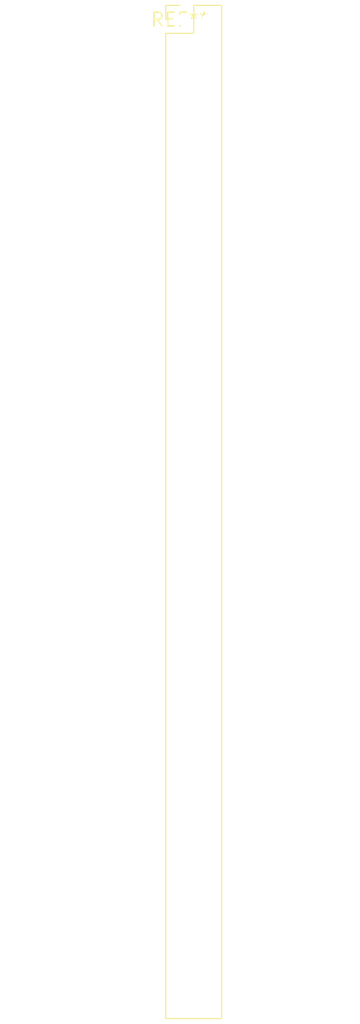
<source format=kicad_pcb>
(kicad_pcb (version 20240108) (generator pcbnew)
  (layers (0 "F.Cu" signal) (31 "B.Cu" signal) (34 "B.Paste" user) (35 "F.Paste" user) (36 "B.SilkS" user "B.Silkscreen") (37 "F.SilkS" user "F.Silkscreen") (38 "B.Mask" user) (39 "F.Mask" user) (44 "Edge.Cuts" user))
  (net 0 "")
  (footprint "PinHeader_2x37_P2.54mm_Vertical" (layer "F.Cu") (at 0 0)
    (property "Reference" "REF**")
    (property "Value" "PinHeader_2x37_P2.54mm_Vertical")
    (fp_line (start -1.33 -1.33) (end 0 -1.33) (layer "F.SilkS") (stroke (width 0.12)))
    (fp_line (start -1.33 0) (end -1.33 -1.33) (layer "F.SilkS") (stroke (width 0.12)))
    (fp_line (start -1.33 1.27) (end -1.33 92.77) (layer "F.SilkS") (stroke (width 0.12)))
    (fp_line (start -1.33 1.27) (end 1.27 1.27) (layer "F.SilkS") (stroke (width 0.12)))
    (fp_line (start -1.33 92.77) (end 3.87 92.77) (layer "F.SilkS") (stroke (width 0.12)))
    (fp_line (start 1.27 -1.33) (end 3.87 -1.33) (layer "F.SilkS") (stroke (width 0.12)))
    (fp_line (start 1.27 1.27) (end 1.27 -1.33) (layer "F.SilkS") (stroke (width 0.12)))
    (fp_line (start 3.87 -1.33) (end 3.87 92.77) (layer "F.SilkS") (stroke (width 0.12)))
    (pad "1" thru_hole rect (at 0 0) (size 1.7 1.7) (drill 1) (layers *.Cu *.Mask) (remove_unused_layers))
    (pad "2" thru_hole oval (at 2.54 0) (size 1.7 1.7) (drill 1) (layers *.Cu *.Mask) (remove_unused_layers))
    (pad "3" thru_hole oval (at 0 2.54) (size 1.7 1.7) (drill 1) (layers *.Cu *.Mask) (remove_unused_layers))
    (pad "4" thru_hole oval (at 2.54 2.54) (size 1.7 1.7) (drill 1) (layers *.Cu *.Mask) (remove_unused_layers))
    (pad "5" thru_hole oval (at 0 5.08) (size 1.7 1.7) (drill 1) (layers *.Cu *.Mask) (remove_unused_layers))
    (pad "6" thru_hole oval (at 2.54 5.08) (size 1.7 1.7) (drill 1) (layers *.Cu *.Mask) (remove_unused_layers))
    (pad "7" thru_hole oval (at 0 7.62) (size 1.7 1.7) (drill 1) (layers *.Cu *.Mask) (remove_unused_layers))
    (pad "8" thru_hole oval (at 2.54 7.62) (size 1.7 1.7) (drill 1) (layers *.Cu *.Mask) (remove_unused_layers))
    (pad "9" thru_hole oval (at 0 10.16) (size 1.7 1.7) (drill 1) (layers *.Cu *.Mask) (remove_unused_layers))
    (pad "10" thru_hole oval (at 2.54 10.16) (size 1.7 1.7) (drill 1) (layers *.Cu *.Mask) (remove_unused_layers))
    (pad "11" thru_hole oval (at 0 12.7) (size 1.7 1.7) (drill 1) (layers *.Cu *.Mask) (remove_unused_layers))
    (pad "12" thru_hole oval (at 2.54 12.7) (size 1.7 1.7) (drill 1) (layers *.Cu *.Mask) (remove_unused_layers))
    (pad "13" thru_hole oval (at 0 15.24) (size 1.7 1.7) (drill 1) (layers *.Cu *.Mask) (remove_unused_layers))
    (pad "14" thru_hole oval (at 2.54 15.24) (size 1.7 1.7) (drill 1) (layers *.Cu *.Mask) (remove_unused_layers))
    (pad "15" thru_hole oval (at 0 17.78) (size 1.7 1.7) (drill 1) (layers *.Cu *.Mask) (remove_unused_layers))
    (pad "16" thru_hole oval (at 2.54 17.78) (size 1.7 1.7) (drill 1) (layers *.Cu *.Mask) (remove_unused_layers))
    (pad "17" thru_hole oval (at 0 20.32) (size 1.7 1.7) (drill 1) (layers *.Cu *.Mask) (remove_unused_layers))
    (pad "18" thru_hole oval (at 2.54 20.32) (size 1.7 1.7) (drill 1) (layers *.Cu *.Mask) (remove_unused_layers))
    (pad "19" thru_hole oval (at 0 22.86) (size 1.7 1.7) (drill 1) (layers *.Cu *.Mask) (remove_unused_layers))
    (pad "20" thru_hole oval (at 2.54 22.86) (size 1.7 1.7) (drill 1) (layers *.Cu *.Mask) (remove_unused_layers))
    (pad "21" thru_hole oval (at 0 25.4) (size 1.7 1.7) (drill 1) (layers *.Cu *.Mask) (remove_unused_layers))
    (pad "22" thru_hole oval (at 2.54 25.4) (size 1.7 1.7) (drill 1) (layers *.Cu *.Mask) (remove_unused_layers))
    (pad "23" thru_hole oval (at 0 27.94) (size 1.7 1.7) (drill 1) (layers *.Cu *.Mask) (remove_unused_layers))
    (pad "24" thru_hole oval (at 2.54 27.94) (size 1.7 1.7) (drill 1) (layers *.Cu *.Mask) (remove_unused_layers))
    (pad "25" thru_hole oval (at 0 30.48) (size 1.7 1.7) (drill 1) (layers *.Cu *.Mask) (remove_unused_layers))
    (pad "26" thru_hole oval (at 2.54 30.48) (size 1.7 1.7) (drill 1) (layers *.Cu *.Mask) (remove_unused_layers))
    (pad "27" thru_hole oval (at 0 33.02) (size 1.7 1.7) (drill 1) (layers *.Cu *.Mask) (remove_unused_layers))
    (pad "28" thru_hole oval (at 2.54 33.02) (size 1.7 1.7) (drill 1) (layers *.Cu *.Mask) (remove_unused_layers))
    (pad "29" thru_hole oval (at 0 35.56) (size 1.7 1.7) (drill 1) (layers *.Cu *.Mask) (remove_unused_layers))
    (pad "30" thru_hole oval (at 2.54 35.56) (size 1.7 1.7) (drill 1) (layers *.Cu *.Mask) (remove_unused_layers))
    (pad "31" thru_hole oval (at 0 38.1) (size 1.7 1.7) (drill 1) (layers *.Cu *.Mask) (remove_unused_layers))
    (pad "32" thru_hole oval (at 2.54 38.1) (size 1.7 1.7) (drill 1) (layers *.Cu *.Mask) (remove_unused_layers))
    (pad "33" thru_hole oval (at 0 40.64) (size 1.7 1.7) (drill 1) (layers *.Cu *.Mask) (remove_unused_layers))
    (pad "34" thru_hole oval (at 2.54 40.64) (size 1.7 1.7) (drill 1) (layers *.Cu *.Mask) (remove_unused_layers))
    (pad "35" thru_hole oval (at 0 43.18) (size 1.7 1.7) (drill 1) (layers *.Cu *.Mask) (remove_unused_layers))
    (pad "36" thru_hole oval (at 2.54 43.18) (size 1.7 1.7) (drill 1) (layers *.Cu *.Mask) (remove_unused_layers))
    (pad "37" thru_hole oval (at 0 45.72) (size 1.7 1.7) (drill 1) (layers *.Cu *.Mask) (remove_unused_layers))
    (pad "38" thru_hole oval (at 2.54 45.72) (size 1.7 1.7) (drill 1) (layers *.Cu *.Mask) (remove_unused_layers))
    (pad "39" thru_hole oval (at 0 48.26) (size 1.7 1.7) (drill 1) (layers *.Cu *.Mask) (remove_unused_layers))
    (pad "40" thru_hole oval (at 2.54 48.26) (size 1.7 1.7) (drill 1) (layers *.Cu *.Mask) (remove_unused_layers))
    (pad "41" thru_hole oval (at 0 50.8) (size 1.7 1.7) (drill 1) (layers *.Cu *.Mask) (remove_unused_layers))
    (pad "42" thru_hole oval (at 2.54 50.8) (size 1.7 1.7) (drill 1) (layers *.Cu *.Mask) (remove_unused_layers))
    (pad "43" thru_hole oval (at 0 53.34) (size 1.7 1.7) (drill 1) (layers *.Cu *.Mask) (remove_unused_layers))
    (pad "44" thru_hole oval (at 2.54 53.34) (size 1.7 1.7) (drill 1) (layers *.Cu *.Mask) (remove_unused_layers))
    (pad "45" thru_hole oval (at 0 55.88) (size 1.7 1.7) (drill 1) (layers *.Cu *.Mask) (remove_unused_layers))
    (pad "46" thru_hole oval (at 2.54 55.88) (size 1.7 1.7) (drill 1) (layers *.Cu *.Mask) (remove_unused_layers))
    (pad "47" thru_hole oval (at 0 58.42) (size 1.7 1.7) (drill 1) (layers *.Cu *.Mask) (remove_unused_layers))
    (pad "48" thru_hole oval (at 2.54 58.42) (size 1.7 1.7) (drill 1) (layers *.Cu *.Mask) (remove_unused_layers))
    (pad "49" thru_hole oval (at 0 60.96) (size 1.7 1.7) (drill 1) (layers *.Cu *.Mask) (remove_unused_layers))
    (pad "50" thru_hole oval (at 2.54 60.96) (size 1.7 1.7) (drill 1) (layers *.Cu *.Mask) (remove_unused_layers))
    (pad "51" thru_hole oval (at 0 63.5) (size 1.7 1.7) (drill 1) (layers *.Cu *.Mask) (remove_unused_layers))
    (pad "52" thru_hole oval (at 2.54 63.5) (size 1.7 1.7) (drill 1) (layers *.Cu *.Mask) (remove_unused_layers))
    (pad "53" thru_hole oval (at 0 66.04) (size 1.7 1.7) (drill 1) (layers *.Cu *.Mask) (remove_unused_layers))
    (pad "54" thru_hole oval (at 2.54 66.04) (size 1.7 1.7) (drill 1) (layers *.Cu *.Mask) (remove_unused_layers))
    (pad "55" thru_hole oval (at 0 68.58) (size 1.7 1.7) (drill 1) (layers *.Cu *.Mask) (remove_unused_layers))
    (pad "56" thru_hole oval (at 2.54 68.58) (size 1.7 1.7) (drill 1) (layers *.Cu *.Mask) (remove_unused_layers))
    (pad "57" thru_hole oval (at 0 71.12) (size 1.7 1.7) (drill 1) (layers *.Cu *.Mask) (remove_unused_layers))
    (pad "58" thru_hole oval (at 2.54 71.12) (size 1.7 1.7) (drill 1) (layers *.Cu *.Mask) (remove_unused_layers))
    (pad "59" thru_hole oval (at 0 73.66) (size 1.7 1.7) (drill 1) (layers *.Cu *.Mask) (remove_unused_layers))
    (pad "60" thru_hole oval (at 2.54 73.66) (size 1.7 1.7) (drill 1) (layers *.Cu *.Mask) (remove_unused_layers))
    (pad "61" thru_hole oval (at 0 76.2) (size 1.7 1.7) (drill 1) (layers *.Cu *.Mask) (remove_unused_layers))
    (pad "62" thru_hole oval (at 2.54 76.2) (size 1.7 1.7) (drill 1) (layers *.Cu *.Mask) (remove_unused_layers))
    (pad "63" thru_hole oval (at 0 78.74) (size 1.7 1.7) (drill 1) (layers *.Cu *.Mask) (remove_unused_layers))
    (pad "64" thru_hole oval (at 2.54 78.74) (size 1.7 1.7) (drill 1) (layers *.Cu *.Mask) (remove_unused_layers))
    (pad "65" thru_hole oval (at 0 81.28) (size 1.7 1.7) (drill 1) (layers *.Cu *.Mask) (remove_unused_layers))
    (pad "66" thru_hole oval (at 2.54 81.28) (size 1.7 1.7) (drill 1) (layers *.Cu *.Mask) (remove_unused_layers))
    (pad "67" thru_hole oval (at 0 83.82) (size 1.7 1.7) (drill 1) (layers *.Cu *.Mask) (remove_unused_layers))
    (pad "68" thru_hole oval (at 2.54 83.82) (size 1.7 1.7) (drill 1) (layers *.Cu *.Mask) (remove_unused_layers))
    (pad "69" thru_hole oval (at 0 86.36) (size 1.7 1.7) (drill 1) (layers *.Cu *.Mask) (remove_unused_layers))
    (pad "70" thru_hole oval (at 2.54 86.36) (size 1.7 1.7) (drill 1) (layers *.Cu *.Mask) (remove_unused_layers))
    (pad "71" thru_hole oval (at 0 88.9) (size 1.7 1.7) (drill 1) (layers *.Cu *.Mask) (remove_unused_layers))
    (pad "72" thru_hole oval (at 2.54 88.9) (size 1.7 1.7) (drill 1) (layers *.Cu *.Mask) (remove_unused_layers))
    (pad "73" thru_hole oval (at 0 91.44) (size 1.7 1.7) (drill 1) (layers *.Cu *.Mask) (remove_unused_layers))
    (pad "74" thru_hole oval (at 2.54 91.44) (size 1.7 1.7) (drill 1) (layers *.Cu *.Mask) (remove_unused_layers))
  )
)
</source>
